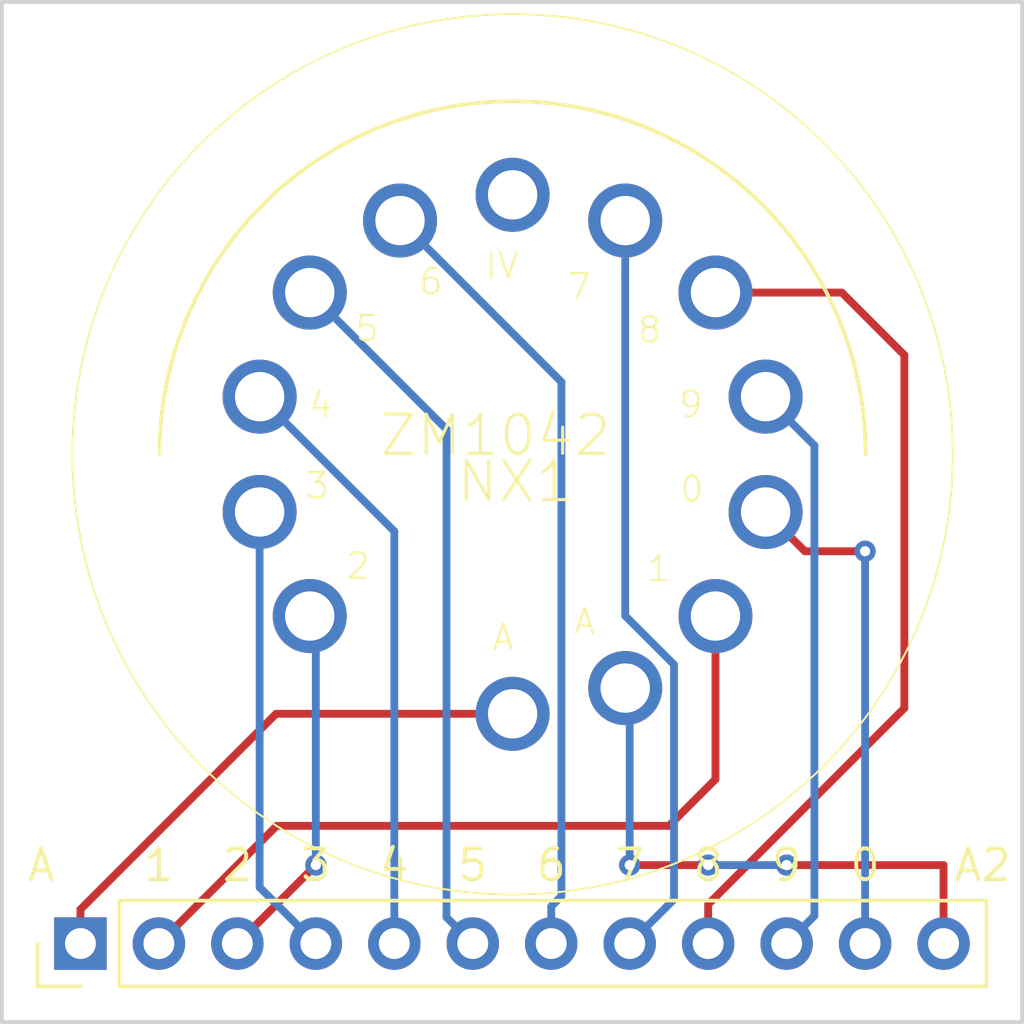
<source format=kicad_pcb>
(kicad_pcb (version 20170123) (host pcbnew "(2017-03-27 revision c7c172d36)-makepkg")

  (general
    (links 12)
    (no_connects 0)
    (area 131.2185 91.376499 166.0965 127.082333)
    (thickness 1.6)
    (drawings 16)
    (tracks 53)
    (zones 0)
    (modules 2)
    (nets 13)
  )

  (page A4)
  (layers
    (0 F.Cu signal)
    (31 B.Cu signal)
    (32 B.Adhes user)
    (33 F.Adhes user)
    (34 B.Paste user)
    (35 F.Paste user)
    (36 B.SilkS user)
    (37 F.SilkS user)
    (38 B.Mask user)
    (39 F.Mask user)
    (40 Dwgs.User user)
    (41 Cmts.User user)
    (42 Eco1.User user)
    (43 Eco2.User user)
    (44 Edge.Cuts user)
    (45 Margin user)
    (46 B.CrtYd user)
    (47 F.CrtYd user)
    (48 B.Fab user)
    (49 F.Fab user)
  )

  (setup
    (last_trace_width 0.254)
    (user_trace_width 0.1524)
    (user_trace_width 0.2)
    (user_trace_width 0.25)
    (user_trace_width 0.3)
    (user_trace_width 0.4)
    (user_trace_width 0.5)
    (user_trace_width 0.6)
    (user_trace_width 0.8)
    (user_trace_width 1)
    (user_trace_width 1.2)
    (user_trace_width 1.5)
    (user_trace_width 2)
    (trace_clearance 0.254)
    (zone_clearance 0.1524)
    (zone_45_only no)
    (trace_min 0.1524)
    (segment_width 0.127)
    (edge_width 0.127)
    (via_size 0.6858)
    (via_drill 0.3302)
    (via_min_size 0.6858)
    (via_min_drill 0.3302)
    (uvia_size 0.508)
    (uvia_drill 0.127)
    (uvias_allowed no)
    (uvia_min_size 0.508)
    (uvia_min_drill 0.127)
    (pcb_text_width 0.127)
    (pcb_text_size 0.6 0.6)
    (mod_edge_width 0.127)
    (mod_text_size 0.6 0.6)
    (mod_text_width 0.127)
    (pad_size 1.524 1.524)
    (pad_drill 0.762)
    (pad_to_mask_clearance 0.05)
    (pad_to_paste_clearance -0.04)
    (aux_axis_origin 0 0)
    (grid_origin 148.59 106.68)
    (visible_elements 7FFFFFFF)
    (pcbplotparams
      (layerselection 0x3fff3_ffffffff)
      (usegerberextensions true)
      (usegerberattributes true)
      (excludeedgelayer true)
      (linewidth 0.127000)
      (plotframeref false)
      (viasonmask false)
      (mode 1)
      (useauxorigin false)
      (hpglpennumber 1)
      (hpglpenspeed 20)
      (hpglpendiameter 15)
      (psnegative false)
      (psa4output false)
      (plotreference true)
      (plotvalue true)
      (plotinvisibletext false)
      (padsonsilk false)
      (subtractmaskfromsilk false)
      (outputformat 1)
      (mirror false)
      (drillshape 0)
      (scaleselection 1)
      (outputdirectory CAM/))
  )

  (net 0 "")
  (net 1 "Net-(NX1-Pad0)")
  (net 2 "Net-(NX1-Pad1)")
  (net 3 "Net-(NX1-Pad2)")
  (net 4 "Net-(NX1-Pad3)")
  (net 5 "Net-(NX1-Pad4)")
  (net 6 "Net-(NX1-Pad5)")
  (net 7 "Net-(NX1-Pad6)")
  (net 8 "Net-(NX1-Pad7)")
  (net 9 "Net-(NX1-Pad8)")
  (net 10 "Net-(NX1-Pad9)")
  (net 11 "Net-(NX1-PadA)")
  (net 12 "Net-(NX1-PadA1)")

  (net_class Default "Dit is de standaard class."
    (clearance 0.254)
    (trace_width 0.254)
    (via_dia 0.6858)
    (via_drill 0.3302)
    (uvia_dia 0.508)
    (uvia_drill 0.127)
    (add_net "Net-(NX1-Pad0)")
    (add_net "Net-(NX1-Pad1)")
    (add_net "Net-(NX1-Pad2)")
    (add_net "Net-(NX1-Pad3)")
    (add_net "Net-(NX1-Pad4)")
    (add_net "Net-(NX1-Pad5)")
    (add_net "Net-(NX1-Pad6)")
    (add_net "Net-(NX1-Pad7)")
    (add_net "Net-(NX1-Pad8)")
    (add_net "Net-(NX1-Pad9)")
    (add_net "Net-(NX1-PadA)")
    (add_net "Net-(NX1-PadA1)")
  )

  (net_class 0.2mm ""
    (clearance 0.2)
    (trace_width 0.2)
    (via_dia 0.6858)
    (via_drill 0.3302)
    (uvia_dia 0.508)
    (uvia_drill 0.127)
  )

  (net_class Minimal ""
    (clearance 0.1524)
    (trace_width 0.1524)
    (via_dia 0.6858)
    (via_drill 0.3302)
    (uvia_dia 0.508)
    (uvia_drill 0.127)
  )

  (module Pin_Headers:Pin_Header_Straight_1x12_Pitch2.54mm (layer F.Cu) (tedit 58BC9807) (tstamp 58BC57D1)
    (at 134.62 121.92 90)
    (descr "Through hole straight pin header, 1x12, 2.54mm pitch, single row")
    (tags "Through hole pin header THT 1x12 2.54mm single row")
    (path /58BC5437)
    (fp_text reference P1 (at 0 -2.39 90) (layer F.SilkS) hide
      (effects (font (size 1 1) (thickness 0.15)))
    )
    (fp_text value CONN_01X12 (at 0 30.33 90) (layer F.Fab) hide
      (effects (font (size 1 1) (thickness 0.15)))
    )
    (fp_line (start -1.27 -1.27) (end -1.27 29.21) (layer F.Fab) (width 0.1))
    (fp_line (start -1.27 29.21) (end 1.27 29.21) (layer F.Fab) (width 0.1))
    (fp_line (start 1.27 29.21) (end 1.27 -1.27) (layer F.Fab) (width 0.1))
    (fp_line (start 1.27 -1.27) (end -1.27 -1.27) (layer F.Fab) (width 0.1))
    (fp_line (start -1.39 1.27) (end -1.39 29.33) (layer F.SilkS) (width 0.12))
    (fp_line (start -1.39 29.33) (end 1.39 29.33) (layer F.SilkS) (width 0.12))
    (fp_line (start 1.39 29.33) (end 1.39 1.27) (layer F.SilkS) (width 0.12))
    (fp_line (start 1.39 1.27) (end -1.39 1.27) (layer F.SilkS) (width 0.12))
    (fp_line (start -1.39 0) (end -1.39 -1.39) (layer F.SilkS) (width 0.12))
    (fp_line (start -1.39 -1.39) (end 0 -1.39) (layer F.SilkS) (width 0.12))
    (fp_line (start -1.6 -1.6) (end -1.6 29.5) (layer F.CrtYd) (width 0.05))
    (fp_line (start -1.6 29.5) (end 1.6 29.5) (layer F.CrtYd) (width 0.05))
    (fp_line (start 1.6 29.5) (end 1.6 -1.6) (layer F.CrtYd) (width 0.05))
    (fp_line (start 1.6 -1.6) (end -1.6 -1.6) (layer F.CrtYd) (width 0.05))
    (pad 1 thru_hole rect (at 0 0 90) (size 1.7 1.7) (drill 1) (layers *.Cu *.Mask)
      (net 11 "Net-(NX1-PadA)"))
    (pad 2 thru_hole oval (at 0 2.54 90) (size 1.7 1.7) (drill 1) (layers *.Cu *.Mask)
      (net 2 "Net-(NX1-Pad1)"))
    (pad 3 thru_hole oval (at 0 5.08 90) (size 1.7 1.7) (drill 1) (layers *.Cu *.Mask)
      (net 3 "Net-(NX1-Pad2)"))
    (pad 4 thru_hole oval (at 0 7.62 90) (size 1.7 1.7) (drill 1) (layers *.Cu *.Mask)
      (net 4 "Net-(NX1-Pad3)"))
    (pad 5 thru_hole oval (at 0 10.16 90) (size 1.7 1.7) (drill 1) (layers *.Cu *.Mask)
      (net 5 "Net-(NX1-Pad4)"))
    (pad 6 thru_hole oval (at 0 12.7 90) (size 1.7 1.7) (drill 1) (layers *.Cu *.Mask)
      (net 6 "Net-(NX1-Pad5)"))
    (pad 7 thru_hole oval (at 0 15.24 90) (size 1.7 1.7) (drill 1) (layers *.Cu *.Mask)
      (net 7 "Net-(NX1-Pad6)"))
    (pad 8 thru_hole oval (at 0 17.78 90) (size 1.7 1.7) (drill 1) (layers *.Cu *.Mask)
      (net 8 "Net-(NX1-Pad7)"))
    (pad 9 thru_hole oval (at 0 20.32 90) (size 1.7 1.7) (drill 1) (layers *.Cu *.Mask)
      (net 9 "Net-(NX1-Pad8)"))
    (pad 10 thru_hole oval (at 0 22.86 90) (size 1.7 1.7) (drill 1) (layers *.Cu *.Mask)
      (net 10 "Net-(NX1-Pad9)"))
    (pad 11 thru_hole oval (at 0 25.4 90) (size 1.7 1.7) (drill 1) (layers *.Cu *.Mask)
      (net 1 "Net-(NX1-Pad0)"))
    (pad 12 thru_hole oval (at 0 27.94 90) (size 1.7 1.7) (drill 1) (layers *.Cu *.Mask)
      (net 12 "Net-(NX1-PadA1)"))
    (model Pin_Headers.3dshapes/Pin_Header_Straight_1x12_Pitch2.54mm.wrl
      (at (xyz 0 -0.55 0))
      (scale (xyz 1 1 1))
      (rotate (xyz 0 0 90))
    )
  )

  (module nixie_tube:nixie_tube-ZM1042-DSUB (layer F.Cu) (tedit 200000) (tstamp 58DEC43F)
    (at 148.60992 106.0831 180)
    (descr "SOCKET WITH D-SUB SOCKETS")
    (tags "SOCKET WITH D-SUB SOCKETS")
    (path /58D1CCA4)
    (attr virtual)
    (fp_text reference NX1 (at -0.07366 -0.88392 180) (layer F.SilkS)
      (effects (font (size 1.27 1.27) (thickness 0.1016)))
    )
    (fp_text value ZM1042 (at 0.5588 0.61468 180) (layer F.SilkS)
      (effects (font (size 1.27 1.27) (thickness 0.1016)))
    )
    (fp_circle (center 0 -8.39978) (end 0 -9.59866) (layer F.SilkS) (width 0.00254))
    (fp_circle (center -3.63982 -7.55904) (end -3.63982 -8.75792) (layer F.SilkS) (width 0.00254))
    (fp_circle (center -6.56844 -5.24764) (end -6.56844 -6.44652) (layer F.SilkS) (width 0.00254))
    (fp_circle (center -8.18896 -1.86944) (end -8.18896 -3.06832) (layer F.SilkS) (width 0.00254))
    (fp_circle (center -8.19912 1.8796) (end -8.19912 0.68072) (layer F.SilkS) (width 0.00254))
    (fp_circle (center -6.55828 5.2578) (end -6.55828 4.05892) (layer F.SilkS) (width 0.00254))
    (fp_circle (center -3.63982 7.5692) (end -3.63982 6.37032) (layer F.SilkS) (width 0.00254))
    (fp_circle (center 0 8.41756) (end 0 7.21868) (layer F.SilkS) (width 0.00254))
    (fp_circle (center 3.62966 7.58952) (end 3.62966 6.39064) (layer F.SilkS) (width 0.00254))
    (fp_circle (center 6.55828 5.24764) (end 6.55828 4.04876) (layer F.SilkS) (width 0.00254))
    (fp_circle (center 8.16864 1.86944) (end 8.16864 0.67056) (layer F.SilkS) (width 0.00254))
    (fp_circle (center 8.18896 -1.84912) (end 8.18896 -3.048) (layer F.SilkS) (width 0.00254))
    (fp_circle (center 6.56844 -5.2197) (end 6.56844 -6.41858) (layer F.SilkS) (width 0.00254))
    (fp_circle (center 0 0) (end 0 -14.2494) (layer F.SilkS) (width 0.0635))
    (fp_arc (start 0 0) (end 11.43 0) (angle 180) (layer F.SilkS) (width 0.127))
    (fp_text user 2 (at 5.0038 -3.6195 180) (layer F.SilkS)
      (effects (font (size 0.8128 0.8128) (thickness 0.0762)))
    )
    (fp_text user 3 (at 6.32206 -1.01854 180) (layer F.SilkS)
      (effects (font (size 0.8128 0.8128) (thickness 0.0762)))
    )
    (fp_text user 4 (at 6.2103 1.59258 180) (layer F.SilkS)
      (effects (font (size 0.8128 0.8128) (thickness 0.0762)))
    )
    (fp_text user 5 (at 4.70916 4.07162 180) (layer F.SilkS)
      (effects (font (size 0.8128 0.8128) (thickness 0.0762)))
    )
    (fp_text user 6 (at 2.64668 5.59054 180) (layer F.SilkS)
      (effects (font (size 0.8128 0.8128) (thickness 0.0762)))
    )
    (fp_text user 7 (at -2.15138 5.4229 180) (layer F.SilkS)
      (effects (font (size 0.8128 0.8128) (thickness 0.0762)))
    )
    (fp_text user 8 (at -4.4323 4.02844 180) (layer F.SilkS)
      (effects (font (size 0.8128 0.8128) (thickness 0.0762)))
    )
    (fp_text user 9 (at -5.77342 1.61798 180) (layer F.SilkS)
      (effects (font (size 0.8128 0.8128) (thickness 0.0762)))
    )
    (fp_text user 0 (at -5.80136 -1.1303 180) (layer F.SilkS)
      (effects (font (size 0.8128 0.8128) (thickness 0.0762)))
    )
    (fp_text user A (at -2.32918 -5.40258 180) (layer F.SilkS)
      (effects (font (size 0.8128 0.8128) (thickness 0.0762)))
    )
    (fp_text user A (at 0.30734 -5.92328 180) (layer F.SilkS)
      (effects (font (size 0.8128 0.8128) (thickness 0.0762)))
    )
    (fp_text user IV (at 0.33528 6.10362 180) (layer F.SilkS)
      (effects (font (size 0.8128 0.8128) (thickness 0.0762)))
    )
    (fp_text user 1 (at -4.73202 -3.70078 180) (layer F.SilkS)
      (effects (font (size 0.8128 0.8128) (thickness 0.0762)))
    )
    (pad 0 thru_hole circle (at -8.18896 -1.8669 180) (size 2.39776 2.39776) (drill 1.59766) (layers *.Cu *.Paste *.Mask)
      (net 1 "Net-(NX1-Pad0)"))
    (pad 1 thru_hole circle (at -6.5659 -5.23494 180) (size 2.39776 2.39776) (drill 1.59766) (layers *.Cu *.Paste *.Mask)
      (net 2 "Net-(NX1-Pad1)"))
    (pad 2 thru_hole circle (at 6.5659 -5.23494 180) (size 2.39776 2.39776) (drill 1.59766) (layers *.Cu *.Paste *.Mask)
      (net 3 "Net-(NX1-Pad2)"))
    (pad 3 thru_hole circle (at 8.18896 -1.8669 180) (size 2.39776 2.39776) (drill 1.59766) (layers *.Cu *.Paste *.Mask)
      (net 4 "Net-(NX1-Pad3)"))
    (pad 4 thru_hole circle (at 8.18896 1.8669 180) (size 2.39776 2.39776) (drill 1.59766) (layers *.Cu *.Paste *.Mask)
      (net 5 "Net-(NX1-Pad4)"))
    (pad 5 thru_hole circle (at 6.5659 5.23494 180) (size 2.39776 2.39776) (drill 1.59766) (layers *.Cu *.Paste *.Mask)
      (net 6 "Net-(NX1-Pad5)"))
    (pad 6 thru_hole circle (at 3.6449 7.56666 180) (size 2.39776 2.39776) (drill 1.59766) (layers *.Cu *.Paste *.Mask)
      (net 7 "Net-(NX1-Pad6)"))
    (pad 7 thru_hole circle (at -3.6449 7.56666 180) (size 2.39776 2.39776) (drill 1.59766) (layers *.Cu *.Paste *.Mask)
      (net 8 "Net-(NX1-Pad7)"))
    (pad 8 thru_hole circle (at -6.5659 5.23494 180) (size 2.39776 2.39776) (drill 1.59766) (layers *.Cu *.Paste *.Mask)
      (net 9 "Net-(NX1-Pad8)"))
    (pad 9 thru_hole circle (at -8.18896 1.8669 180) (size 2.39776 2.39776) (drill 1.59766) (layers *.Cu *.Paste *.Mask)
      (net 10 "Net-(NX1-Pad9)"))
    (pad A thru_hole circle (at 0 -8.39978 180) (size 2.39776 2.39776) (drill 1.59766) (layers *.Cu *.Paste *.Mask)
      (net 11 "Net-(NX1-PadA)"))
    (pad A1 thru_hole circle (at -3.6449 -7.56666 180) (size 2.39776 2.39776) (drill 1.59766) (layers *.Cu *.Paste *.Mask)
      (net 12 "Net-(NX1-PadA1)"))
    (pad IV thru_hole circle (at 0 8.39978 180) (size 2.39776 2.39776) (drill 1.59766) (layers *.Cu *.Paste *.Mask))
  )

  (gr_text A2 (at 163.83 119.38) (layer F.SilkS)
    (effects (font (size 1 1) (thickness 0.127)))
  )
  (gr_text 0 (at 160.02 119.38) (layer F.SilkS)
    (effects (font (size 1 1) (thickness 0.127)))
  )
  (gr_text 9 (at 157.48 119.38) (layer F.SilkS)
    (effects (font (size 1 1) (thickness 0.127)))
  )
  (gr_text 8 (at 154.94 119.38) (layer F.SilkS)
    (effects (font (size 1 1) (thickness 0.127)))
  )
  (gr_text 7 (at 152.4 119.38) (layer F.SilkS)
    (effects (font (size 1 1) (thickness 0.127)))
  )
  (gr_text 6 (at 149.86 119.38) (layer F.SilkS)
    (effects (font (size 1 1) (thickness 0.127)))
  )
  (gr_text 5 (at 147.32 119.38) (layer F.SilkS)
    (effects (font (size 1 1) (thickness 0.127)))
  )
  (gr_text 4 (at 144.78 119.38) (layer F.SilkS)
    (effects (font (size 1 1) (thickness 0.127)))
  )
  (gr_text 3 (at 142.24 119.38) (layer F.SilkS)
    (effects (font (size 1 1) (thickness 0.127)))
  )
  (gr_text 2 (at 139.7 119.38) (layer F.SilkS)
    (effects (font (size 1 1) (thickness 0.127)))
  )
  (gr_text 1 (at 137.16 119.38) (layer F.SilkS)
    (effects (font (size 1 1) (thickness 0.127)))
  )
  (gr_text A (at 133.35 119.38) (layer F.SilkS)
    (effects (font (size 1 1) (thickness 0.127)))
  )
  (gr_line (start 165.1 124.46) (end 132.08 124.46) (layer Edge.Cuts) (width 0.127))
  (gr_line (start 165.1 91.44) (end 165.1 124.46) (layer Edge.Cuts) (width 0.127))
  (gr_line (start 132.08 91.44) (end 165.1 91.44) (layer Edge.Cuts) (width 0.127))
  (gr_line (start 132.08 124.46) (end 132.08 91.44) (layer Edge.Cuts) (width 0.127))

  (segment (start 160.02 109.22) (end 158.06888 109.22) (width 0.254) (layer F.Cu) (net 1))
  (segment (start 158.06888 109.22) (end 156.79888 107.95) (width 0.254) (layer F.Cu) (net 1))
  (segment (start 160.02 121.92) (end 160.02 109.22) (width 0.254) (layer B.Cu) (net 1))
  (via (at 160.02 109.22) (size 0.6858) (drill 0.3302) (layers F.Cu B.Cu) (net 1))
  (segment (start 137.16 121.92) (end 140.97 118.11) (width 0.254) (layer F.Cu) (net 2))
  (segment (start 140.97 118.11) (end 153.67 118.11) (width 0.254) (layer F.Cu) (net 2))
  (segment (start 153.67 118.11) (end 155.17582 116.60418) (width 0.254) (layer F.Cu) (net 2))
  (segment (start 155.17582 116.60418) (end 155.17582 111.31804) (width 0.254) (layer F.Cu) (net 2))
  (segment (start 142.24 119.38) (end 142.24 111.51402) (width 0.254) (layer B.Cu) (net 3))
  (segment (start 142.24 111.51402) (end 142.04402 111.31804) (width 0.254) (layer B.Cu) (net 3))
  (via (at 142.04402 111.31804) (size 0.6858) (drill 0.3302) (layers F.Cu B.Cu) (net 3))
  (segment (start 139.7 121.92) (end 142.24 119.38) (width 0.254) (layer F.Cu) (net 3))
  (via (at 142.24 119.38) (size 0.6858) (drill 0.3302) (layers F.Cu B.Cu) (net 3))
  (segment (start 142.24 121.92) (end 140.42096 120.10096) (width 0.254) (layer B.Cu) (net 4))
  (segment (start 140.42096 120.10096) (end 140.42096 107.95) (width 0.254) (layer B.Cu) (net 4))
  (segment (start 144.78 121.92) (end 144.78 108.57524) (width 0.254) (layer B.Cu) (net 5))
  (segment (start 144.78 108.57524) (end 140.42096 104.2162) (width 0.254) (layer B.Cu) (net 5))
  (segment (start 147.32 121.92) (end 146.470001 121.070001) (width 0.254) (layer B.Cu) (net 6))
  (segment (start 146.470001 121.070001) (end 146.470001 105.274141) (width 0.254) (layer B.Cu) (net 6))
  (segment (start 143.242899 102.047039) (end 142.04402 100.84816) (width 0.254) (layer B.Cu) (net 6))
  (segment (start 146.470001 105.274141) (end 143.242899 102.047039) (width 0.254) (layer B.Cu) (net 6))
  (segment (start 149.86 121.92) (end 149.86 120.717919) (width 0.254) (layer B.Cu) (net 7))
  (segment (start 150.189801 103.741221) (end 146.163899 99.715319) (width 0.254) (layer B.Cu) (net 7))
  (segment (start 149.86 120.717919) (end 150.189801 120.388118) (width 0.254) (layer B.Cu) (net 7))
  (segment (start 150.189801 120.388118) (end 150.189801 103.741221) (width 0.254) (layer B.Cu) (net 7))
  (segment (start 146.163899 99.715319) (end 144.96502 98.51644) (width 0.254) (layer B.Cu) (net 7))
  (segment (start 152.4 121.92) (end 153.834701 120.485299) (width 0.254) (layer B.Cu) (net 8))
  (segment (start 153.834701 120.485299) (end 153.834701 112.891416) (width 0.254) (layer B.Cu) (net 8))
  (segment (start 153.834701 112.891416) (end 152.25482 111.311535) (width 0.254) (layer B.Cu) (net 8))
  (segment (start 152.25482 111.311535) (end 152.25482 100.211912) (width 0.254) (layer B.Cu) (net 8))
  (segment (start 152.25482 100.211912) (end 152.25482 98.51644) (width 0.254) (layer B.Cu) (net 8))
  (segment (start 161.29 102.87) (end 159.26816 100.84816) (width 0.254) (layer F.Cu) (net 9))
  (segment (start 159.26816 100.84816) (end 155.17582 100.84816) (width 0.254) (layer F.Cu) (net 9))
  (segment (start 161.29 114.3) (end 161.29 102.87) (width 0.254) (layer F.Cu) (net 9))
  (segment (start 154.94 120.65) (end 161.29 114.3) (width 0.254) (layer F.Cu) (net 9))
  (segment (start 154.94 121.92) (end 154.94 120.65) (width 0.254) (layer F.Cu) (net 9))
  (segment (start 157.48 121.92) (end 158.378761 121.021239) (width 0.254) (layer B.Cu) (net 10))
  (segment (start 158.378761 121.021239) (end 158.378761 105.796081) (width 0.254) (layer B.Cu) (net 10))
  (segment (start 158.378761 105.796081) (end 157.997759 105.415079) (width 0.254) (layer B.Cu) (net 10))
  (segment (start 157.997759 105.415079) (end 156.79888 104.2162) (width 0.254) (layer B.Cu) (net 10))
  (segment (start 134.62 121.92) (end 134.62 120.816) (width 0.254) (layer F.Cu) (net 11))
  (segment (start 146.914448 114.48288) (end 148.60992 114.48288) (width 0.254) (layer F.Cu) (net 11))
  (segment (start 134.62 120.816) (end 140.95312 114.48288) (width 0.254) (layer F.Cu) (net 11))
  (segment (start 140.95312 114.48288) (end 146.914448 114.48288) (width 0.254) (layer F.Cu) (net 11))
  (segment (start 152.4 119.38) (end 152.4 113.79494) (width 0.254) (layer B.Cu) (net 12))
  (segment (start 152.4 113.79494) (end 152.25482 113.64976) (width 0.254) (layer B.Cu) (net 12))
  (segment (start 154.94 119.38) (end 152.4 119.38) (width 0.254) (layer F.Cu) (net 12))
  (via (at 152.4 119.38) (size 0.6858) (drill 0.3302) (layers F.Cu B.Cu) (net 12))
  (segment (start 157.48 119.38) (end 154.94 119.38) (width 0.254) (layer B.Cu) (net 12))
  (via (at 154.94 119.38) (size 0.6858) (drill 0.3302) (layers F.Cu B.Cu) (net 12))
  (segment (start 162.56 119.38) (end 157.48 119.38) (width 0.254) (layer F.Cu) (net 12))
  (via (at 157.48 119.38) (size 0.6858) (drill 0.3302) (layers F.Cu B.Cu) (net 12))
  (segment (start 162.56 121.92) (end 162.56 119.38) (width 0.254) (layer F.Cu) (net 12))

)

</source>
